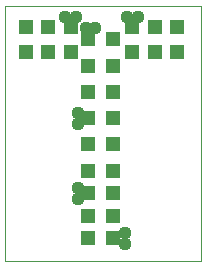
<source format=gts>
G75*
%MOIN*%
%OFA0B0*%
%FSLAX24Y24*%
%IPPOS*%
%LPD*%
%AMOC8*
5,1,8,0,0,1.08239X$1,22.5*
%
%ADD10C,0.0000*%
%ADD11R,0.0512X0.0512*%
%ADD12C,0.0437*%
D10*
X002517Y002517D02*
X002517Y010992D01*
X009043Y010992D01*
X009043Y002517D01*
X002517Y002517D01*
D11*
X005291Y003267D03*
X005291Y004017D03*
X005291Y004767D03*
X005291Y005517D03*
X006118Y005517D03*
X006118Y004767D03*
X006118Y004017D03*
X006118Y003267D03*
X006118Y006392D03*
X005291Y006392D03*
X005291Y007267D03*
X006118Y007267D03*
X006118Y008142D03*
X005291Y008142D03*
X005291Y009017D03*
X004704Y009478D03*
X005291Y009892D03*
X004704Y010305D03*
X003954Y010305D03*
X003204Y010305D03*
X003204Y009478D03*
X003954Y009478D03*
X006118Y009892D03*
X006767Y010305D03*
X007517Y010305D03*
X008267Y010305D03*
X008267Y009478D03*
X007517Y009478D03*
X006767Y009478D03*
X006118Y009017D03*
D12*
X005517Y010267D03*
X005204Y010267D03*
X004892Y010642D03*
X004517Y010642D03*
X006579Y010642D03*
X006954Y010642D03*
X004954Y007454D03*
X004954Y007079D03*
X004954Y004954D03*
X004954Y004579D03*
X006517Y003454D03*
X006517Y003079D03*
M02*

</source>
